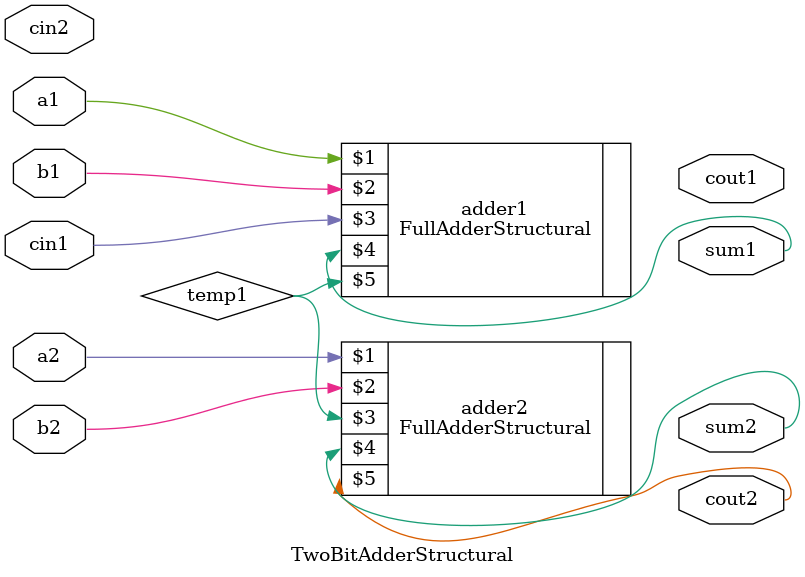
<source format=sv>
`timescale 1ns / 1ps


module TwoBitAdderStructural( input logic a1, b1, cin1, a2, b2, cin2, output logic sum1, cout1, sum2, cout2);
    logic temp1;
    FullAdderStructural adder1( a1, b1, cin1, sum1, temp1);
    FullAdderStructural adder2( a2, b2, temp1, sum2, cout2);
// Or cin2 can be applied since cin2 is equal to temp1
/*
cin2 = temp1;
fullAdder adder2( a2, b2, cin2, sum2, cout2);
*/
endmodule
//

</source>
